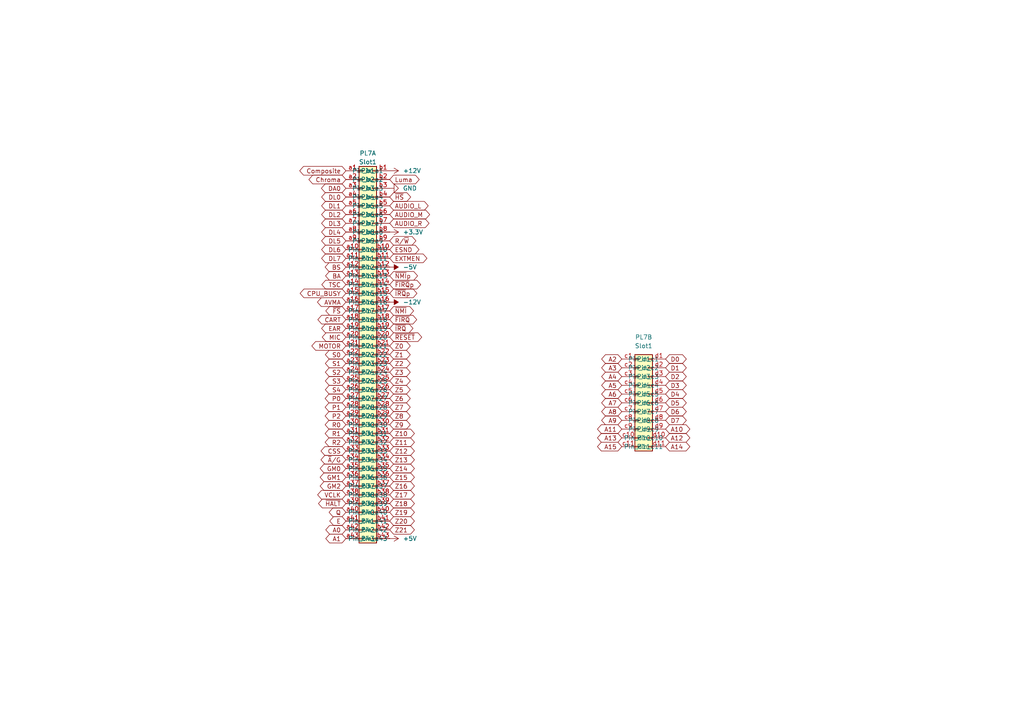
<source format=kicad_sch>
(kicad_sch (version 20231120) (generator "eeschema") (generator_version "8.0")
  (paper "A4")
  (lib_symbols
    (symbol "Card_Edge_1"
      (property "Reference" "PL" (at 0 -0.254 0))
      (symbol "Card_Edge_1_1_1"
        (pin passive line (at -6.35 53.34 0) (length 3.81) (name "Pin_a1") (number "a1"))
        (pin passive line (at -6.35 30.48 0) (length 3.81) (name "Pin_a10") (number "a10"))
        (pin passive line (at -6.35 27.94 0) (length 3.81) (name "Pin_a11") (number "a11"))
        (pin passive line (at -6.35 25.4 0) (length 3.81) (name "Pin_a12") (number "a12"))
        (pin passive line (at -6.35 22.86 0) (length 3.81) (name "Pin_a13") (number "a13"))
        (pin passive line (at -6.35 20.32 0) (length 3.81) (name "Pin_a14") (number "a14"))
        (pin passive line (at -6.35 17.78 0) (length 3.81) (name "Pin_a15") (number "a15"))
        (pin passive line (at -6.35 15.24 0) (length 3.81) (name "Pin_a16") (number "a16"))
        (pin passive line (at -6.35 12.7 0) (length 3.81) (name "Pin_a17") (number "a17"))
        (pin passive line (at -6.35 10.16 0) (length 3.81) (name "Pin_a18") (number "a18"))
        (pin passive line (at -6.35 7.62 0) (length 3.81) (name "Pin_a19") (number "a19"))
        (pin passive line (at -6.35 50.8 0) (length 3.81) (name "Pin_a2") (number "a2"))
        (pin passive line (at -6.35 5.08 0) (length 3.81) (name "Pin_a20") (number "a20"))
        (pin passive line (at -6.35 2.54 0) (length 3.81) (name "Pin_a21") (number "a21"))
        (pin passive line (at -6.35 0 0) (length 3.81) (name "Pin_a22") (number "a22"))
        (pin passive line (at -6.35 -2.54 0) (length 3.81) (name "Pin_a23") (number "a23"))
        (pin passive line (at -6.35 -5.08 0) (length 3.81) (name "Pin_a24") (number "a24"))
        (pin passive line (at -6.35 -7.62 0) (length 3.81) (name "Pin_a25") (number "a25"))
        (pin passive line (at -6.35 -10.16 0) (length 3.81) (name "Pin_a26") (number "a26"))
        (pin passive line (at -6.35 -12.7 0) (length 3.81) (name "Pin_a27") (number "a27"))
        (pin passive line (at -6.35 -15.24 0) (length 3.81) (name "Pin_a28") (number "a28"))
        (pin passive line (at -6.35 -17.78 0) (length 3.81) (name "Pin_a29") (number "a29"))
        (pin passive line (at -6.35 48.26 0) (length 3.81) (name "Pin_a3") (number "a3"))
        (pin passive line (at -6.35 -20.32 0) (length 3.81) (name "Pin_a30") (number "a30"))
        (pin passive line (at -6.35 -22.86 0) (length 3.81) (name "Pin_a31") (number "a31"))
        (pin passive line (at -6.35 -25.4 0) (length 3.81) (name "Pin_a32") (number "a32"))
        (pin passive line (at -6.35 -27.94 0) (length 3.81) (name "Pin_a33") (number "a33"))
        (pin passive line (at -6.35 -30.48 0) (length 3.81) (name "Pin_a34") (number "a34"))
        (pin passive line (at -6.35 -33.02 0) (length 3.81) (name "Pin_a35") (number "a35"))
        (pin passive line (at -6.35 -35.56 0) (length 3.81) (name "Pin_a36") (number "a36"))
        (pin passive line (at -6.35 -38.1 0) (length 3.81) (name "Pin_a37") (number "a37"))
        (pin passive line (at -6.35 -40.64 0) (length 3.81) (name "Pin_a38") (number "a38"))
        (pin passive line (at -6.35 -43.18 0) (length 3.81) (name "Pin_a39") (number "a39"))
        (pin passive line (at -6.35 45.72 0) (length 3.81) (name "Pin_a4") (number "a4"))
        (pin passive line (at -6.35 -45.72 0) (length 3.81) (name "Pin_a40") (number "a40"))
        (pin passive line (at -6.35 -48.26 0) (length 3.81) (name "Pin_a41") (number "a41"))
        (pin passive line (at -6.35 -50.8 0) (length 3.81) (name "Pin_a42") (number "a42"))
        (pin passive line (at -6.35 -53.34 0) (length 3.81) (name "Pin_a43") (number "a43"))
        (pin passive line (at -6.35 43.18 0) (length 3.81) (name "Pin_a5") (number "a5"))
        (pin passive line (at -6.35 40.64 0) (length 3.81) (name "Pin_a6") (number "a6"))
        (pin passive line (at -6.35 38.1 0) (length 3.81) (name "Pin_a7") (number "a7"))
        (pin passive line (at -6.35 35.56 0) (length 3.81) (name "Pin_a8") (number "a8"))
        (pin passive line (at -6.35 33.02 0) (length 3.81) (name "Pin_a9") (number "a9"))
        (pin passive line (at 6.35 53.34 180) (length 3.81) (name "Pin_b1") (number "b1"))
        (pin passive line (at 6.35 30.48 180) (length 3.81) (name "Pin_b10") (number "b10"))
        (pin passive line (at 6.35 27.94 180) (length 3.81) (name "Pin_b11") (number "b11"))
        (pin passive line (at 6.35 25.4 180) (length 3.81) (name "Pin_b12") (number "b12"))
        (pin passive line (at 6.35 22.86 180) (length 3.81) (name "Pin_b13") (number "b13"))
        (pin passive line (at 6.35 20.32 180) (length 3.81) (name "Pin_b14") (number "b14"))
        (pin passive line (at 6.35 17.78 180) (length 3.81) (name "Pin_b15") (number "b15"))
        (pin passive line (at 6.35 15.24 180) (length 3.81) (name "Pin_b16") (number "b16"))
        (pin passive line (at 6.35 12.7 180) (length 3.81) (name "Pin_b17") (number "b17"))
        (pin passive line (at 6.35 10.16 180) (length 3.81) (name "Pin_b18") (number "b18"))
        (pin passive line (at 6.35 7.62 180) (length 3.81) (name "Pin_b19") (number "b19"))
        (pin passive line (at 6.35 50.8 180) (length 3.81) (name "Pin_b2") (number "b2"))
        (pin passive line (at 6.35 5.08 180) (length 3.81) (name "Pin_b20") (number "b20"))
        (pin passive line (at 6.35 2.54 180) (length 3.81) (name "Pin_b21") (number "b21"))
        (pin passive line (at 6.35 0 180) (length 3.81) (name "Pin_b22") (number "b22"))
        (pin passive line (at 6.35 -2.54 180) (length 3.81) (name "Pin_b23") (number "b23"))
        (pin passive line (at 6.35 -5.08 180) (length 3.81) (name "Pin_b24") (number "b24"))
        (pin passive line (at 6.35 -7.62 180) (length 3.81) (name "Pin_b25") (number "b25"))
        (pin passive line (at 6.35 -10.16 180) (length 3.81) (name "Pin_b26") (number "b26"))
        (pin passive line (at 6.35 -12.7 180) (length 3.81) (name "Pin_b27") (number "b27"))
        (pin passive line (at 6.35 -15.24 180) (length 3.81) (name "Pin_b28") (number "b28"))
        (pin passive line (at 6.35 -17.78 180) (length 3.81) (name "Pin_b29") (number "b29"))
        (pin passive line (at 6.35 48.26 180) (length 3.81) (name "Pin_b3") (number "b3"))
        (pin passive line (at 6.35 -20.32 180) (length 3.81) (name "Pin_b30") (number "b30"))
        (pin passive line (at 6.35 -22.86 180) (length 3.81) (name "Pin_b31") (number "b31"))
        (pin passive line (at 6.35 -25.4 180) (length 3.81) (name "Pin_b32") (number "b32"))
        (pin passive line (at 6.35 -27.94 180) (length 3.81) (name "Pin_b33") (number "b33"))
        (pin passive line (at 6.35 -30.48 180) (length 3.81) (name "Pin_b34") (number "b34"))
        (pin passive line (at 6.35 -33.02 180) (length 3.81) (name "Pin_b35") (number "b35"))
        (pin passive line (at 6.35 -35.56 180) (length 3.81) (name "Pin_b36") (number "b36"))
        (pin passive line (at 6.35 -38.1 180) (length 3.81) (name "Pin_b37") (number "b37"))
        (pin passive line (at 6.35 -40.64 180) (length 3.81) (name "Pin_b38") (number "b38"))
        (pin passive line (at 6.35 -43.18 180) (length 3.81) (name "Pin_b39") (number "b39"))
        (pin passive line (at 6.35 45.72 180) (length 3.81) (name "Pin_b4") (number "b4"))
        (pin passive line (at 6.35 -45.72 180) (length 3.81) (name "Pin_b40") (number "b40"))
        (pin passive line (at 6.35 -48.26 180) (length 3.81) (name "Pin_b41") (number "b41"))
        (pin passive line (at 6.35 -50.8 180) (length 3.81) (name "Pin_b42") (number "b42"))
        (pin passive line (at 6.35 -53.34 180) (length 3.81) (name "Pin_b43") (number "b43"))
        (pin passive line (at 6.35 43.18 180) (length 3.81) (name "Pin_b5") (number "b5"))
        (pin passive line (at 6.35 40.64 180) (length 3.81) (name "Pin_b6") (number "b6"))
        (pin passive line (at 6.35 38.1 180) (length 3.81) (name "Pin_b7") (number "b7"))
        (pin passive line (at 6.35 35.56 180) (length 3.81) (name "Pin_b8") (number "b8"))
        (pin passive line (at 6.35 33.02 180) (length 3.81) (name "Pin_b9") (number "b9"))
      )
      (symbol "Card_Edge_1_2_1"
        (pin passive line (at -6.35 12.7 0) (length 3.81) (name "Pin_c1") (number "c1"))
        (pin passive line (at -6.35 -10.16 0) (length 3.81) (name "Pin_c10") (number "c10"))
        (pin passive line (at -6.35 -12.7 0) (length 3.81) (name "Pin_c11") (number "c11"))
        (pin passive line (at -6.35 10.16 0) (length 3.81) (name "Pin_c2") (number "c2"))
        (pin passive line (at -6.35 7.62 0) (length 3.81) (name "Pin_c3") (number "c3"))
        (pin passive line (at -6.35 5.08 0) (length 3.81) (name "Pin_c4") (number "c4"))
        (pin passive line (at -6.35 2.54 0) (length 3.81) (name "Pin_c5") (number "c5"))
        (pin passive line (at -6.35 0 0) (length 3.81) (name "Pin_c6") (number "c6"))
        (pin passive line (at -6.35 -2.54 0) (length 3.81) (name "Pin_c7") (number "c7"))
        (pin passive line (at -6.35 -5.08 0) (length 3.81) (name "Pin_c8") (number "c8"))
        (pin passive line (at -6.35 -7.62 0) (length 3.81) (name "Pin_c9") (number "c9"))
        (pin passive line (at 6.35 12.7 180) (length 3.81) (name "Pin_d1") (number "d1"))
        (pin passive line (at 6.35 -10.16 180) (length 3.81) (name "Pin_d10") (number "d10"))
        (pin passive line (at 6.35 -12.7 180) (length 3.81) (name "Pin_d11") (number "d11"))
        (pin passive line (at 6.35 10.16 180) (length 3.81) (name "Pin_d2") (number "d2"))
        (pin passive line (at 6.35 7.62 180) (length 3.81) (name "Pin_d3") (number "d3"))
        (pin passive line (at 6.35 5.08 180) (length 3.81) (name "Pin_d4") (number "d4"))
        (pin passive line (at 6.35 2.54 180) (length 3.81) (name "Pin_d5") (number "d5"))
        (pin passive line (at 6.35 0 180) (length 3.81) (name "Pin_d6") (number "d6"))
        (pin passive line (at 6.35 -2.54 180) (length 3.81) (name "Pin_d7") (number "d7"))
        (pin passive line (at 6.35 -5.08 180) (length 3.81) (name "Pin_d8") (number "d8"))
        (pin passive line (at 6.35 -7.62 180) (length 3.81) (name "Pin_d9") (number "d9"))
      )
    )
    (symbol "Library:Card_Edge"
      (property "Reference" "PL" (at 0 -0.254 0))
      (symbol "Card_Edge_1_1"
        (pin passive line (at -6.35 53.34 0) (length 3.81) (name "Pin_a1") (number "a1"))
        (pin passive line (at -6.35 30.48 0) (length 3.81) (name "Pin_a10") (number "a10"))
        (pin passive line (at -6.35 27.94 0) (length 3.81) (name "Pin_a11") (number "a11"))
        (pin passive line (at -6.35 25.4 0) (length 3.81) (name "Pin_a12") (number "a12"))
        (pin passive line (at -6.35 22.86 0) (length 3.81) (name "Pin_a13") (number "a13"))
        (pin passive line (at -6.35 20.32 0) (length 3.81) (name "Pin_a14") (number "a14"))
        (pin passive line (at -6.35 17.78 0) (length 3.81) (name "Pin_a15") (number "a15"))
        (pin passive line (at -6.35 15.24 0) (length 3.81) (name "Pin_a16") (number "a16"))
        (pin passive line (at -6.35 12.7 0) (length 3.81) (name "Pin_a17") (number "a17"))
        (pin passive line (at -6.35 10.16 0) (length 3.81) (name "Pin_a18") (number "a18"))
        (pin passive line (at -6.35 7.62 0) (length 3.81) (name "Pin_a19") (number "a19"))
        (pin passive line (at -6.35 50.8 0) (length 3.81) (name "Pin_a2") (number "a2"))
        (pin passive line (at -6.35 5.08 0) (length 3.81) (name "Pin_a20") (number "a20"))
        (pin passive line (at -6.35 2.54 0) (length 3.81) (name "Pin_a21") (number "a21"))
        (pin passive line (at -6.35 0 0) (length 3.81) (name "Pin_a22") (number "a22"))
        (pin passive line (at -6.35 -2.54 0) (length 3.81) (name "Pin_a23") (number "a23"))
        (pin passive line (at -6.35 -5.08 0) (length 3.81) (name "Pin_a24") (number "a24"))
        (pin passive line (at -6.35 -7.62 0) (length 3.81) (name "Pin_a25") (number "a25"))
        (pin passive line (at -6.35 -10.16 0) (length 3.81) (name "Pin_a26") (number "a26"))
        (pin passive line (at -6.35 -12.7 0) (length 3.81) (name "Pin_a27") (number "a27"))
        (pin passive line (at -6.35 -15.24 0) (length 3.81) (name "Pin_a28") (number "a28"))
        (pin passive line (at -6.35 -17.78 0) (length 3.81) (name "Pin_a29") (number "a29"))
        (pin passive line (at -6.35 48.26 0) (length 3.81) (name "Pin_a3") (number "a3"))
        (pin passive line (at -6.35 -20.32 0) (length 3.81) (name "Pin_a30") (number "a30"))
        (pin passive line (at -6.35 -22.86 0) (length 3.81) (name "Pin_a31") (number "a31"))
        (pin passive line (at -6.35 -25.4 0) (length 3.81) (name "Pin_a32") (number "a32"))
        (pin passive line (at -6.35 -27.94 0) (length 3.81) (name "Pin_a33") (number "a33"))
        (pin passive line (at -6.35 -30.48 0) (length 3.81) (name "Pin_a34") (number "a34"))
        (pin passive line (at -6.35 -33.02 0) (length 3.81) (name "Pin_a35") (number "a35"))
        (pin passive line (at -6.35 -35.56 0) (length 3.81) (name "Pin_a36") (number "a36"))
        (pin passive line (at -6.35 -38.1 0) (length 3.81) (name "Pin_a37") (number "a37"))
        (pin passive line (at -6.35 -40.64 0) (length 3.81) (name "Pin_a38") (number "a38"))
        (pin passive line (at -6.35 -43.18 0) (length 3.81) (name "Pin_a39") (number "a39"))
        (pin passive line (at -6.35 45.72 0) (length 3.81) (name "Pin_a4") (number "a4"))
        (pin passive line (at -6.35 -45.72 0) (length 3.81) (name "Pin_a40") (number "a40"))
        (pin passive line (at -6.35 -48.26 0) (length 3.81) (name "Pin_a41") (number "a41"))
        (pin passive line (at -6.35 -50.8 0) (length 3.81) (name "Pin_a42") (number "a42"))
        (pin passive line (at -6.35 -53.34 0) (length 3.81) (name "Pin_a43") (number "a43"))
        (pin passive line (at -6.35 43.18 0) (length 3.81) (name "Pin_a5") (number "a5"))
        (pin passive line (at -6.35 40.64 0) (length 3.81) (name "Pin_a6") (number "a6"))
        (pin passive line (at -6.35 38.1 0) (length 3.81) (name "Pin_a7") (number "a7"))
        (pin passive line (at -6.35 35.56 0) (length 3.81) (name "Pin_a8") (number "a8"))
        (pin passive line (at -6.35 33.02 0) (length 3.81) (name "Pin_a9") (number "a9"))
        (pin passive line (at 6.35 53.34 180) (length 3.81) (name "Pin_b1") (number "b1"))
        (pin passive line (at 6.35 30.48 180) (length 3.81) (name "Pin_b10") (number "b10"))
        (pin passive line (at 6.35 27.94 180) (length 3.81) (name "Pin_b11") (number "b11"))
        (pin passive line (at 6.35 25.4 180) (length 3.81) (name "Pin_b12") (number "b12"))
        (pin passive line (at 6.35 22.86 180) (length 3.81) (name "Pin_b13") (number "b13"))
        (pin passive line (at 6.35 20.32 180) (length 3.81) (name "Pin_b14") (number "b14"))
        (pin passive line (at 6.35 17.78 180) (length 3.81) (name "Pin_b15") (number "b15"))
        (pin passive line (at 6.35 15.24 180) (length 3.81) (name "Pin_b16") (number "b16"))
        (pin passive line (at 6.35 12.7 180) (length 3.81) (name "Pin_b17") (number "b17"))
        (pin passive line (at 6.35 10.16 180) (length 3.81) (name "Pin_b18") (number "b18"))
        (pin passive line (at 6.35 7.62 180) (length 3.81) (name "Pin_b19") (number "b19"))
        (pin passive line (at 6.35 50.8 180) (length 3.81) (name "Pin_b2") (number "b2"))
        (pin passive line (at 6.35 5.08 180) (length 3.81) (name "Pin_b20") (number "b20"))
        (pin passive line (at 6.35 2.54 180) (length 3.81) (name "Pin_b21") (number "b21"))
        (pin passive line (at 6.35 0 180) (length 3.81) (name "Pin_b22") (number "b22"))
        (pin passive line (at 6.35 -2.54 180) (length 3.81) (name "Pin_b23") (number "b23"))
        (pin passive line (at 6.35 -5.08 180) (length 3.81) (name "Pin_b24") (number "b24"))
        (pin passive line (at 6.35 -7.62 180) (length 3.81) (name "Pin_b25") (number "b25"))
        (pin passive line (at 6.35 -10.16 180) (length 3.81) (name "Pin_b26") (number "b26"))
        (pin passive line (at 6.35 -12.7 180) (length 3.81) (name "Pin_b27") (number "b27"))
        (pin passive line (at 6.35 -15.24 180) (length 3.81) (name "Pin_b28") (number "b28"))
        (pin passive line (at 6.35 -17.78 180) (length 3.81) (name "Pin_b29") (number "b29"))
        (pin passive line (at 6.35 48.26 180) (length 3.81) (name "Pin_b3") (number "b3"))
        (pin passive line (at 6.35 -20.32 180) (length 3.81) (name "Pin_b30") (number "b30"))
        (pin passive line (at 6.35 -22.86 180) (length 3.81) (name "Pin_b31") (number "b31"))
        (pin passive line (at 6.35 -25.4 180) (length 3.81) (name "Pin_b32") (number "b32"))
        (pin passive line (at 6.35 -27.94 180) (length 3.81) (name "Pin_b33") (number "b33"))
        (pin passive line (at 6.35 -30.48 180) (length 3.81) (name "Pin_b34") (number "b34"))
        (pin passive line (at 6.35 -33.02 180) (length 3.81) (name "Pin_b35") (number "b35"))
        (pin passive line (at 6.35 -35.56 180) (length 3.81) (name "Pin_b36") (number "b36"))
        (pin passive line (at 6.35 -38.1 180) (length 3.81) (name "Pin_b37") (number "b37"))
        (pin passive line (at 6.35 -40.64 180) (length 3.81) (name "Pin_b38") (number "b38"))
        (pin passive line (at 6.35 -43.18 180) (length 3.81) (name "Pin_b39") (number "b39"))
        (pin passive line (at 6.35 45.72 180) (length 3.81) (name "Pin_b4") (number "b4"))
        (pin passive line (at 6.35 -45.72 180) (length 3.81) (name "Pin_b40") (number "b40"))
        (pin passive line (at 6.35 -48.26 180) (length 3.81) (name "Pin_b41") (number "b41"))
        (pin passive line (at 6.35 -50.8 180) (length 3.81) (name "Pin_b42") (number "b42"))
        (pin passive line (at 6.35 -53.34 180) (length 3.81) (name "Pin_b43") (number "b43"))
        (pin passive line (at 6.35 43.18 180) (length 3.81) (name "Pin_b5") (number "b5"))
        (pin passive line (at 6.35 40.64 180) (length 3.81) (name "Pin_b6") (number "b6"))
        (pin passive line (at 6.35 38.1 180) (length 3.81) (name "Pin_b7") (number "b7"))
        (pin passive line (at 6.35 35.56 180) (length 3.81) (name "Pin_b8") (number "b8"))
        (pin passive line (at 6.35 33.02 180) (length 3.81) (name "Pin_b9") (number "b9"))
      )
      (symbol "Card_Edge_2_1"
        (pin passive line (at -6.35 36.83 0) (length 3.81) (name "Pin_c1") (number "c1"))
        (pin passive line (at -6.35 13.97 0) (length 3.81) (name "Pin_c10") (number "c10"))
        (pin passive line (at -6.35 11.43 0) (length 3.81) (name "Pin_c11") (number "c11"))
        (pin passive line (at -6.35 8.89 0) (length 3.81) (name "Pin_c12") (number "c12"))
        (pin passive line (at -6.35 6.35 0) (length 3.81) (name "Pin_c13") (number "c13"))
        (pin passive line (at -6.35 3.81 0) (length 3.81) (name "Pin_c14") (number "c14"))
        (pin passive line (at -6.35 1.27 0) (length 3.81) (name "Pin_c15") (number "c15"))
        (pin passive line (at -6.35 -1.27 0) (length 3.81) (name "Pin_c16") (number "c16"))
        (pin passive line (at -6.35 -3.81 0) (length 3.81) (name "Pin_c17") (number "c17"))
        (pin passive line (at -6.35 -6.35 0) (length 3.81) (name "Pin_c18") (number "c18"))
        (pin passive line (at -6.35 -8.89 0) (length 3.81) (name "Pin_c19") (number "c19"))
        (pin passive line (at -6.35 34.29 0) (length 3.81) (name "Pin_c2") (number "c2"))
        (pin passive line (at -6.35 -11.43 0) (length 3.81) (name "Pin_c20") (number "c20"))
        (pin passive line (at -6.35 -13.97 0) (length 3.81) (name "Pin_c21") (number "c21"))
        (pin passive line (at -6.35 -16.51 0) (length 3.81) (name "Pin_c22") (number "c22"))
        (pin passive line (at -6.35 -19.05 0) (length 3.81) (name "Pin_c23") (number "c23"))
        (pin passive line (at -6.35 -21.59 0) (length 3.81) (name "Pin_c24") (number "c24"))
        (pin passive line (at -6.35 -24.13 0) (length 3.81) (name "Pin_c25") (number "c25"))
        (pin passive line (at -6.35 -26.67 0) (length 3.81) (name "Pin_c26") (number "c26"))
        (pin passive line (at -6.35 -29.21 0) (length 3.81) (name "Pin_c27") (number "c27"))
        (pin passive line (at -6.35 -31.75 0) (length 3.81) (name "Pin_c28") (number "c28"))
        (pin passive line (at -6.35 -34.29 0) (length 3.81) (name "Pin_c29") (number "c29"))
        (pin passive line (at -6.35 31.75 0) (length 3.81) (name "Pin_c3") (number "c3"))
        (pin passive line (at -6.35 -36.83 0) (length 3.81) (name "Pin_c30") (number "c30"))
        (pin passive line (at -6.35 29.21 0) (length 3.81) (name "Pin_c4") (number "c4"))
        (pin passive line (at -6.35 26.67 0) (length 3.81) (name "Pin_c5") (number "c5"))
        (pin passive line (at -6.35 24.13 0) (length 3.81) (name "Pin_c6") (number "c6"))
        (pin passive line (at -6.35 21.59 0) (length 3.81) (name "Pin_c7") (number "c7"))
        (pin passive line (at -6.35 19.05 0) (length 3.81) (name "Pin_c8") (number "c8"))
        (pin passive line (at -6.35 16.51 0) (length 3.81) (name "Pin_c9") (number "c9"))
        (pin passive line (at 6.35 36.83 180) (length 3.81) (name "Pin_d1") (number "d1"))
        (pin passive line (at 6.35 13.97 180) (length 3.81) (name "Pin_d10") (number "d10"))
        (pin passive line (at 6.35 11.43 180) (length 3.81) (name "Pin_d11") (number "d11"))
        (pin passive line (at 6.35 8.89 180) (length 3.81) (name "Pin_d12") (number "d12"))
        (pin passive line (at 6.35 6.35 180) (length 3.81) (name "Pin_d13") (number "d13"))
        (pin passive line (at 6.35 3.81 180) (length 3.81) (name "Pin_d14") (number "d14"))
        (pin passive line (at 6.35 1.27 180) (length 3.81) (name "Pin_d15") (number "d15"))
        (pin passive line (at 6.35 -1.27 180) (length 3.81) (name "Pin_d16") (number "d16"))
        (pin passive line (at 6.35 -3.81 180) (length 3.81) (name "Pin_d17") (number "d17"))
        (pin passive line (at 6.35 -6.35 180) (length 3.81) (name "Pin_d18") (number "d18"))
        (pin passive line (at 6.35 -8.89 180) (length 3.81) (name "Pin_d19") (number "d19"))
        (pin passive line (at 6.35 34.29 180) (length 3.81) (name "Pin_d2") (number "d2"))
        (pin passive line (at 6.35 -11.43 180) (length 3.81) (name "Pin_d20") (number "d20"))
        (pin passive line (at 6.35 -13.97 180) (length 3.81) (name "Pin_d21") (number "d21"))
        (pin passive line (at 6.35 -16.51 180) (length 3.81) (name "Pin_d22") (number "d22"))
        (pin passive line (at 6.35 -19.05 180) (length 3.81) (name "Pin_d23") (number "d23"))
        (pin passive line (at 6.35 -21.59 180) (length 3.81) (name "Pin_d24") (number "d24"))
        (pin passive line (at 6.35 -24.13 180) (length 3.81) (name "Pin_d25") (number "d25"))
        (pin passive line (at 6.35 -26.67 180) (length 3.81) (name "Pin_d26") (number "d26"))
        (pin passive line (at 6.35 -29.21 180) (length 3.81) (name "Pin_d27") (number "d27"))
        (pin passive line (at 6.35 -31.75 180) (length 3.81) (name "Pin_d28") (number "d28"))
        (pin passive line (at 6.35 -34.29 180) (length 3.81) (name "Pin_d29") (number "d29"))
        (pin passive line (at 6.35 31.75 180) (length 3.81) (name "Pin_d3") (number "d3"))
        (pin passive line (at 6.35 -36.83 180) (length 3.81) (name "Pin_d30") (number "d30"))
        (pin passive line (at 6.35 29.21 180) (length 3.81) (name "Pin_d4") (number "d4"))
        (pin passive line (at 6.35 26.67 180) (length 3.81) (name "Pin_d5") (number "d5"))
        (pin passive line (at 6.35 24.13 180) (length 3.81) (name "Pin_d6") (number "d6"))
        (pin passive line (at 6.35 21.59 180) (length 3.81) (name "Pin_d7") (number "d7"))
        (pin passive line (at 6.35 19.05 180) (length 3.81) (name "Pin_d8") (number "d8"))
        (pin passive line (at 6.35 16.51 180) (length 3.81) (name "Pin_d9") (number "d9"))
      )
    )
    (symbol "power:+12V" (power) (pin_numbers hide) (pin_names (offset 0) hide)
      (property "Value" "+12V" (at 0 3.556 0))
      (symbol "+12V_1_1"
        (pin power_in line (at 0 0 90) (length 0) (name "~") (number "1"))
      )
    )
    (symbol "power:+3.3V" (power) (pin_numbers hide) (pin_names (offset 0) hide)
      (property "Value" "+3.3V" (at 0 3.556 0))
      (symbol "+3.3V_1_1"
        (pin power_in line (at 0 0 90) (length 0) (name "~") (number "1"))
      )
    )
    (symbol "power:+5V" (power) (pin_numbers hide) (pin_names (offset 0) hide)
      (property "Value" "+5V" (at 0 3.556 0))
      (symbol "+5V_1_1"
        (pin power_in line (at 0 0 90) (length 0) (name "~") (number "1"))
      )
    )
    (symbol "power:-12V" (power) (pin_numbers hide) (pin_names (offset 0) hide)
      (property "Value" "-12V" (at 0 3.556 0))
      (symbol "-12V_0_0"
        (pin power_in line (at 0 0 90) (length 0) (name "~") (number "1"))
      )
    )
    (symbol "power:-5V" (power) (pin_numbers hide) (pin_names (offset 0) hide)
      (property "Value" "-5V" (at 0 3.556 0))
      (symbol "-5V_0_0"
        (pin power_in line (at 0 0 90) (length 0) (name "~") (number "1"))
      )
    )
    (symbol "power:GND" (power) (pin_numbers hide) (pin_names (offset 0) hide)
      (property "Value" "GND" (at 0 -3.81 0))
      (symbol "GND_1_1"
        (pin power_in line (at 0 0 270) (length 0) (name "~") (number "1"))
      )
    )
  )
  (global_label "Z18" (shape bidirectional) (at 113.03 146.05 0) (property "Intersheetrefs" "${INTERSHEET_REFS}" (effects (hide yes))))
  (global_label "S4" (shape bidirectional) (at 100.33 113.03 180) (property "Intersheetrefs" "${INTERSHEET_REFS}" (effects (hide yes))))
  (global_label "~{NMI}p" (shape bidirectional) (at 113.03 80.01 0) (property "Intersheetrefs" "${INTERSHEET_REFS}" (effects (hide yes))))
  (global_label "~{RESET}" (shape bidirectional) (at 113.03 97.79 0) (property "Intersheetrefs" "${INTERSHEET_REFS}" (effects (hide yes))))
  (global_label "A3" (shape bidirectional) (at 180.34 106.68 180) (property "Intersheetrefs" "${INTERSHEET_REFS}" (effects (hide yes))))
  (global_label "Z16" (shape bidirectional) (at 113.03 140.97 0) (property "Intersheetrefs" "${INTERSHEET_REFS}" (effects (hide yes))))
  (global_label "A8" (shape bidirectional) (at 180.34 119.38 180) (property "Intersheetrefs" "${INTERSHEET_REFS}" (effects (hide yes))))
  (global_label "A12" (shape bidirectional) (at 193.04 127 0) (property "Intersheetrefs" "${INTERSHEET_REFS}" (effects (hide yes))))
  (global_label "E" (shape bidirectional) (at 100.33 151.13 180) (property "Intersheetrefs" "${INTERSHEET_REFS}" (effects (hide yes))))
  (global_label "VCLK" (shape bidirectional) (at 100.33 143.51 180) (property "Intersheetrefs" "${INTERSHEET_REFS}" (effects (hide yes))))
  (global_label "DL2" (shape bidirectional) (at 100.33 62.23 180) (property "Intersheetrefs" "${INTERSHEET_REFS}" (effects (hide yes))))
  (global_label "P1" (shape bidirectional) (at 100.33 118.11 180) (property "Intersheetrefs" "${INTERSHEET_REFS}" (effects (hide yes))))
  (global_label "Q" (shape bidirectional) (at 100.33 148.59 180) (property "Intersheetrefs" "${INTERSHEET_REFS}" (effects (hide yes))))
  (global_label "~{HALT}" (shape bidirectional) (at 100.33 146.05 180) (property "Intersheetrefs" "${INTERSHEET_REFS}" (effects (hide yes))))
  (global_label "~{FIRQ}" (shape bidirectional) (at 113.03 92.71 0) (property "Intersheetrefs" "${INTERSHEET_REFS}" (effects (hide yes))))
  (global_label "EXTMEN" (shape bidirectional) (at 113.03 74.93 0) (property "Intersheetrefs" "${INTERSHEET_REFS}" (effects (hide yes))))
  (global_label "~{FIRQ}p" (shape bidirectional) (at 113.03 82.55 0) (property "Intersheetrefs" "${INTERSHEET_REFS}" (effects (hide yes))))
  (global_label "~{IRQ}p" (shape bidirectional) (at 113.03 85.09 0) (property "Intersheetrefs" "${INTERSHEET_REFS}" (effects (hide yes))))
  (global_label "DL4" (shape bidirectional) (at 100.33 67.31 180) (property "Intersheetrefs" "${INTERSHEET_REFS}" (effects (hide yes))))
  (global_label "~{HS}" (shape bidirectional) (at 113.03 57.15 0) (property "Intersheetrefs" "${INTERSHEET_REFS}" (effects (hide yes))))
  (global_label "CART" (shape bidirectional) (at 100.33 92.71 180) (property "Intersheetrefs" "${INTERSHEET_REFS}" (effects (hide yes))))
  (global_label "Z3" (shape bidirectional) (at 113.03 107.95 0) (property "Intersheetrefs" "${INTERSHEET_REFS}" (effects (hide yes))))
  (global_label "D6" (shape bidirectional) (at 193.04 119.38 0) (property "Intersheetrefs" "${INTERSHEET_REFS}" (effects (hide yes))))
  (global_label "Z1" (shape bidirectional) (at 113.03 102.87 0) (property "Intersheetrefs" "${INTERSHEET_REFS}" (effects (hide yes))))
  (global_label "R0" (shape bidirectional) (at 100.33 123.19 180) (property "Intersheetrefs" "${INTERSHEET_REFS}" (effects (hide yes))))
  (global_label "D0" (shape bidirectional) (at 193.04 104.14 0) (property "Intersheetrefs" "${INTERSHEET_REFS}" (effects (hide yes))))
  (global_label "DL6" (shape bidirectional) (at 100.33 72.39 180) (property "Intersheetrefs" "${INTERSHEET_REFS}" (effects (hide yes))))
  (global_label "AUDIO_R" (shape bidirectional) (at 113.03 64.77 0) (property "Intersheetrefs" "${INTERSHEET_REFS}" (effects (hide yes))))
  (global_label "ESND" (shape bidirectional) (at 113.03 72.39 0) (property "Intersheetrefs" "${INTERSHEET_REFS}" (effects (hide yes))))
  (global_label "Z11" (shape bidirectional) (at 113.03 128.27 0) (property "Intersheetrefs" "${INTERSHEET_REFS}" (effects (hide yes))))
  (global_label "~{IRQ}" (shape bidirectional) (at 113.03 95.25 0) (property "Intersheetrefs" "${INTERSHEET_REFS}" (effects (hide yes))))
  (global_label "A13" (shape bidirectional) (at 180.34 127 180) (property "Intersheetrefs" "${INTERSHEET_REFS}" (effects (hide yes))))
  (global_label "D3" (shape bidirectional) (at 193.04 111.76 0) (property "Intersheetrefs" "${INTERSHEET_REFS}" (effects (hide yes))))
  (global_label "D4" (shape bidirectional) (at 193.04 114.3 0) (property "Intersheetrefs" "${INTERSHEET_REFS}" (effects (hide yes))))
  (global_label "DL7" (shape bidirectional) (at 100.33 74.93 180) (property "Intersheetrefs" "${INTERSHEET_REFS}" (effects (hide yes))))
  (global_label "Z9" (shape bidirectional) (at 113.03 123.19 0) (property "Intersheetrefs" "${INTERSHEET_REFS}" (effects (hide yes))))
  (global_label "A9" (shape bidirectional) (at 180.34 121.92 180) (property "Intersheetrefs" "${INTERSHEET_REFS}" (effects (hide yes))))
  (global_label "Z10" (shape bidirectional) (at 113.03 125.73 0) (property "Intersheetrefs" "${INTERSHEET_REFS}" (effects (hide yes))))
  (global_label "~{A}{slash}G" (shape bidirectional) (at 100.33 133.35 180) (property "Intersheetrefs" "${INTERSHEET_REFS}" (effects (hide yes))))
  (global_label "A7" (shape bidirectional) (at 180.34 116.84 180) (property "Intersheetrefs" "${INTERSHEET_REFS}" (effects (hide yes))))
  (global_label "Z4" (shape bidirectional) (at 113.03 110.49 0) (property "Intersheetrefs" "${INTERSHEET_REFS}" (effects (hide yes))))
  (global_label "A5" (shape bidirectional) (at 180.34 111.76 180) (property "Intersheetrefs" "${INTERSHEET_REFS}" (effects (hide yes))))
  (global_label "A14" (shape bidirectional) (at 193.04 129.54 0) (property "Intersheetrefs" "${INTERSHEET_REFS}" (effects (hide yes))))
  (global_label "AUDIO_M" (shape bidirectional) (at 113.03 62.23 0) (property "Intersheetrefs" "${INTERSHEET_REFS}" (effects (hide yes))))
  (global_label "Z14" (shape bidirectional) (at 113.03 135.89 0) (property "Intersheetrefs" "${INTERSHEET_REFS}" (effects (hide yes))))
  (global_label "Z8" (shape bidirectional) (at 113.03 120.65 0) (property "Intersheetrefs" "${INTERSHEET_REFS}" (effects (hide yes))))
  (global_label "Z21" (shape bidirectional) (at 113.03 153.67 0) (property "Intersheetrefs" "${INTERSHEET_REFS}" (effects (hide yes))))
  (global_label "Z6" (shape bidirectional) (at 113.03 115.57 0) (property "Intersheetrefs" "${INTERSHEET_REFS}" (effects (hide yes))))
  (global_label "AVMA" (shape bidirectional) (at 100.33 87.63 180) (property "Intersheetrefs" "${INTERSHEET_REFS}" (effects (hide yes))))
  (global_label "CPU_BUSY" (shape bidirectional) (at 100.33 85.09 180) (property "Intersheetrefs" "${INTERSHEET_REFS}" (effects (hide yes))))
  (global_label "A11" (shape bidirectional) (at 180.34 124.46 180) (property "Intersheetrefs" "${INTERSHEET_REFS}" (effects (hide yes))))
  (global_label "A15" (shape bidirectional) (at 180.34 129.54 180) (property "Intersheetrefs" "${INTERSHEET_REFS}" (effects (hide yes))))
  (global_label "GM2" (shape bidirectional) (at 100.33 140.97 180) (property "Intersheetrefs" "${INTERSHEET_REFS}" (effects (hide yes))))
  (global_label "A4" (shape bidirectional) (at 180.34 109.22 180) (property "Intersheetrefs" "${INTERSHEET_REFS}" (effects (hide yes))))
  (global_label "DL1" (shape bidirectional) (at 100.33 59.69 180) (property "Intersheetrefs" "${INTERSHEET_REFS}" (effects (hide yes))))
  (global_label "Z0" (shape bidirectional) (at 113.03 100.33 0) (property "Intersheetrefs" "${INTERSHEET_REFS}" (effects (hide yes))))
  (global_label "R1" (shape bidirectional) (at 100.33 125.73 180) (property "Intersheetrefs" "${INTERSHEET_REFS}" (effects (hide yes))))
  (global_label "DL0" (shape bidirectional) (at 100.33 57.15 180) (property "Intersheetrefs" "${INTERSHEET_REFS}" (effects (hide yes))))
  (global_label "A10" (shape bidirectional) (at 193.04 124.46 0) (property "Intersheetrefs" "${INTERSHEET_REFS}" (effects (hide yes))))
  (global_label "Z5" (shape bidirectional) (at 113.03 113.03 0) (property "Intersheetrefs" "${INTERSHEET_REFS}" (effects (hide yes))))
  (global_label "P2" (shape bidirectional) (at 100.33 120.65 180) (property "Intersheetrefs" "${INTERSHEET_REFS}" (effects (hide yes))))
  (global_label "DL3" (shape bidirectional) (at 100.33 64.77 180) (property "Intersheetrefs" "${INTERSHEET_REFS}" (effects (hide yes))))
  (global_label "S0" (shape bidirectional) (at 100.33 102.87 180) (property "Intersheetrefs" "${INTERSHEET_REFS}" (effects (hide yes))))
  (global_label "S1" (shape bidirectional) (at 100.33 105.41 180) (property "Intersheetrefs" "${INTERSHEET_REFS}" (effects (hide yes))))
  (global_label "AUDIO_L" (shape bidirectional) (at 113.03 59.69 0) (property "Intersheetrefs" "${INTERSHEET_REFS}" (effects (hide yes))))
  (global_label "Chroma" (shape bidirectional) (at 100.33 52.07 180) (property "Intersheetrefs" "${INTERSHEET_REFS}" (effects (hide yes))))
  (global_label "~{FS}" (shape bidirectional) (at 100.33 90.17 180) (property "Intersheetrefs" "${INTERSHEET_REFS}" (effects (hide yes))))
  (global_label "Z13" (shape bidirectional) (at 113.03 133.35 0) (property "Intersheetrefs" "${INTERSHEET_REFS}" (effects (hide yes))))
  (global_label "D7" (shape bidirectional) (at 193.04 121.92 0) (property "Intersheetrefs" "${INTERSHEET_REFS}" (effects (hide yes))))
  (global_label "S3" (shape bidirectional) (at 100.33 110.49 180) (property "Intersheetrefs" "${INTERSHEET_REFS}" (effects (hide yes))))
  (global_label "Z12" (shape bidirectional) (at 113.03 130.81 0) (property "Intersheetrefs" "${INTERSHEET_REFS}" (effects (hide yes))))
  (global_label "Z17" (shape bidirectional) (at 113.03 143.51 0) (property "Intersheetrefs" "${INTERSHEET_REFS}" (effects (hide yes))))
  (global_label "Z20" (shape bidirectional) (at 113.03 151.13 0) (property "Intersheetrefs" "${INTERSHEET_REFS}" (effects (hide yes))))
  (global_label "Z19" (shape bidirectional) (at 113.03 148.59 0) (property "Intersheetrefs" "${INTERSHEET_REFS}" (effects (hide yes))))
  (global_label "MOTOR" (shape bidirectional) (at 100.33 100.33 180) (property "Intersheetrefs" "${INTERSHEET_REFS}" (effects (hide yes))))
  (global_label "D2" (shape bidirectional) (at 193.04 109.22 0) (property "Intersheetrefs" "${INTERSHEET_REFS}" (effects (hide yes))))
  (global_label "S2" (shape bidirectional) (at 100.33 107.95 180) (property "Intersheetrefs" "${INTERSHEET_REFS}" (effects (hide yes))))
  (global_label "Z7" (shape bidirectional) (at 113.03 118.11 0) (property "Intersheetrefs" "${INTERSHEET_REFS}" (effects (hide yes))))
  (global_label "BS" (shape bidirectional) (at 100.33 77.47 180) (property "Intersheetrefs" "${INTERSHEET_REFS}" (effects (hide yes))))
  (global_label "A0" (shape bidirectional) (at 100.33 153.67 180) (property "Intersheetrefs" "${INTERSHEET_REFS}" (effects (hide yes))))
  (global_label "Z2" (shape bidirectional) (at 113.03 105.41 0) (property "Intersheetrefs" "${INTERSHEET_REFS}" (effects (hide yes))))
  (global_label "P0" (shape bidirectional) (at 100.33 115.57 180) (property "Intersheetrefs" "${INTERSHEET_REFS}" (effects (hide yes))))
  (global_label "DL5" (shape bidirectional) (at 100.33 69.85 180) (property "Intersheetrefs" "${INTERSHEET_REFS}" (effects (hide yes))))
  (global_label "Composite" (shape bidirectional) (at 100.33 49.53 180) (property "Intersheetrefs" "${INTERSHEET_REFS}" (effects (hide yes))))
  (global_label "TSC" (shape bidirectional) (at 100.33 82.55 180) (property "Intersheetrefs" "${INTERSHEET_REFS}" (effects (hide yes))))
  (global_label "R2" (shape bidirectional) (at 100.33 128.27 180) (property "Intersheetrefs" "${INTERSHEET_REFS}" (effects (hide yes))))
  (global_label "Luma" (shape bidirectional) (at 113.03 52.07 0) (property "Intersheetrefs" "${INTERSHEET_REFS}" (effects (hide yes))))
  (global_label "~{NMI}" (shape bidirectional) (at 113.03 90.17 0) (property "Intersheetrefs" "${INTERSHEET_REFS}" (effects (hide yes))))
  (global_label "A2" (shape bidirectional) (at 180.34 104.14 180) (property "Intersheetrefs" "${INTERSHEET_REFS}" (effects (hide yes))))
  (global_label "R{slash}~{W}" (shape bidirectional) (at 113.03 69.85 0) (property "Intersheetrefs" "${INTERSHEET_REFS}" (effects (hide yes))))
  (global_label "D1" (shape bidirectional) (at 193.04 106.68 0) (property "Intersheetrefs" "${INTERSHEET_REFS}" (effects (hide yes))))
  (global_label "EAR" (shape bidirectional) (at 100.33 95.25 180) (property "Intersheetrefs" "${INTERSHEET_REFS}" (effects (hide yes))))
  (global_label "BA" (shape bidirectional) (at 100.33 80.01 180) (property "Intersheetrefs" "${INTERSHEET_REFS}" (effects (hide yes))))
  (global_label "A6" (shape bidirectional) (at 180.34 114.3 180) (property "Intersheetrefs" "${INTERSHEET_REFS}" (effects (hide yes))))
  (global_label "Z15" (shape bidirectional) (at 113.03 138.43 0) (property "Intersheetrefs" "${INTERSHEET_REFS}" (effects (hide yes))))
  (global_label "GM0" (shape bidirectional) (at 100.33 135.89 180) (property "Intersheetrefs" "${INTERSHEET_REFS}" (effects (hide yes))))
  (global_label "A1" (shape bidirectional) (at 100.33 156.21 180) (property "Intersheetrefs" "${INTERSHEET_REFS}" (effects (hide yes))))
  (global_label "MIC" (shape bidirectional) (at 100.33 97.79 180) (property "Intersheetrefs" "${INTERSHEET_REFS}" (effects (hide yes))))
  (global_label "CSS" (shape bidirectional) (at 100.33 130.81 180) (property "Intersheetrefs" "${INTERSHEET_REFS}" (effects (hide yes))))
  (global_label "GM1" (shape bidirectional) (at 100.33 138.43 180) (property "Intersheetrefs" "${INTERSHEET_REFS}" (effects (hide yes))))
  (global_label "D5" (shape bidirectional) (at 193.04 116.84 0) (property "Intersheetrefs" "${INTERSHEET_REFS}" (effects (hide yes))))
  (global_label "DA0" (shape bidirectional) (at 100.33 54.61 180) (property "Intersheetrefs" "${INTERSHEET_REFS}" (effects (hide yes))))
  (symbol (lib_id "power:-5V") (at 113.03 77.47 270) (unit 1)
    (property "Reference" "#PWR043" (effects (hide yes)))
    (property "Value" "-5V" (at 116.84 77.4699 90) (effects (justify left)))
    (property "Description" "Power symbol creates a global label with name \"-5V\"" (effects (hide yes)))
  )
  (symbol (lib_id "power:-12V") (at 113.03 87.63 270) (unit 1)
    (property "Reference" "#PWR044" (effects (hide yes)))
    (property "Value" "-12V" (at 116.84 87.6299 90) (effects (justify left)))
    (property "Description" "Power symbol creates a global label with name \"-12V\"" (effects (hide yes)))
  )
  (symbol (lib_name "Card_Edge_1") (lib_id "Library:Card_Edge") (at 186.69 116.84 0) (unit 2)
    (property "Reference" "PL7" (at 186.69 97.79 0))
    (property "Value" "Slot1" (at 186.69 100.33 0))
    (property "Footprint" "Library:Card_Edge" (effects (hide yes)))
  )
  (symbol (lib_id "power:+12V") (at 113.03 49.53 270) (unit 1)
    (property "Reference" "#PWR041" (effects (hide yes)))
    (property "Value" "+12V" (at 116.84 49.5299 90) (effects (justify left)))
    (property "Description" "Power symbol creates a global label with name \"+12V\"" (effects (hide yes)))
  )
  (symbol (lib_id "power:+5V") (at 113.03 156.21 270) (unit 1)
    (property "Reference" "#PWR045" (effects (hide yes)))
    (property "Value" "+5V" (at 116.84 156.2099 90) (effects (justify left)))
    (property "Description" "Power symbol creates a global label with name \"+5V\"" (effects (hide yes)))
  )
  (symbol (lib_id "power:GND") (at 113.03 54.61 90) (mirror x) (unit 1)
    (property "Reference" "#PWR040" (effects (hide yes)))
    (property "Value" "GND" (at 116.84 54.6099 90) (effects (justify right)))
    (property "Description" "Power symbol creates a global label with name \"GND\" , ground" (effects (hide yes)))
  )
  (symbol (lib_id "Library:Card_Edge") (at 106.68 102.87 0) (unit 1)
    (property "Reference" "PL7" (at 106.68 44.45 0))
    (property "Value" "Slot1" (at 106.68 46.99 0))
    (property "Footprint" "Library:Card_Edge" (effects (hide yes)))
  )
  (symbol (lib_id "power:+3.3V") (at 113.03 67.31 270) (unit 1)
    (property "Reference" "#PWR042" (effects (hide yes)))
    (property "Value" "+3.3V" (at 116.84 67.3099 90) (effects (justify left)))
    (property "Description" "Power symbol creates a global label with name \"+3.3V\"" (effects (hide yes)))
  )
)
</source>
